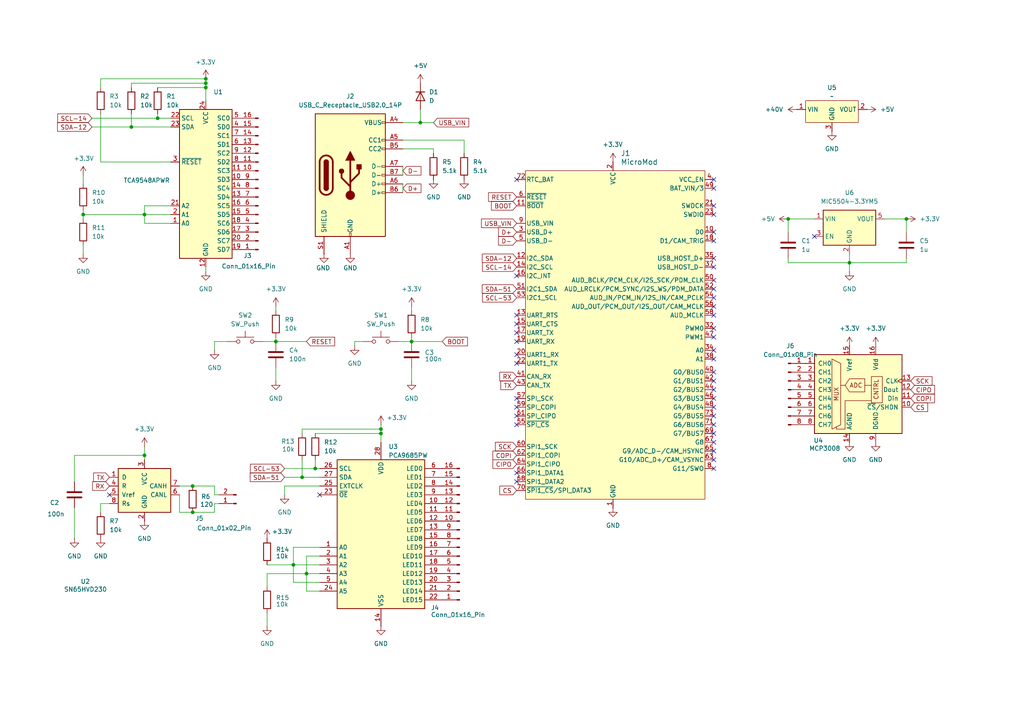
<source format=kicad_sch>
(kicad_sch (version 20231120) (generator "eeschema") (generator_version "8.0")
  (paper "A4")
  (lib_symbols
    (symbol "Analog_ADC:MCP3008" (pin_names (offset 1.016))
      (property "Reference" "U" (at -5.08 13.335 0))
      (property "Value" "MCP3008" (at -5.08 11.43 0))
      (symbol "MCP3008_0_0"
        (text "ADC" (at -0.635 1.27 0) (effects (font (size 1.27 1.27))))
        (text "CNTRL" (at 5.969 -2.921 900) (effects (font (size 1.27 1.27)) (justify left bottom)))
        (text "MUX" (at -6.35 -1.27 900) (effects (font (size 1.27 1.27))))
      )
      (symbol "MCP3008_1_1"
        (pin input line (at -15.24 7.62 0) (length 2.54) (name "CH0") (number "1"))
        (pin input line (at 15.24 -5.08 180) (length 2.54) (name "~{CS}/SHDN") (number "10"))
        (pin input line (at 15.24 -2.54 180) (length 2.54) (name "Din") (number "11"))
        (pin output line (at 15.24 0 180) (length 2.54) (name "Dout") (number "12"))
        (pin input clock (at 15.24 2.54 180) (length 2.54) (name "CLK") (number "13"))
        (pin power_in line (at -2.54 -15.24 90) (length 2.54) (name "AGND") (number "14"))
        (pin power_in line (at -2.54 12.7 270) (length 2.54) (name "Vref") (number "15"))
        (pin power_in line (at 5.08 12.7 270) (length 2.54) (name "Vdd") (number "16"))
        (pin input line (at -15.24 5.08 0) (length 2.54) (name "CH1") (number "2"))
        (pin input line (at -15.24 2.54 0) (length 2.54) (name "CH2") (number "3"))
        (pin input line (at -15.24 0 0) (length 2.54) (name "CH3") (number "4"))
        (pin input line (at -15.24 -2.54 0) (length 2.54) (name "CH4") (number "5"))
        (pin input line (at -15.24 -5.08 0) (length 2.54) (name "CH5") (number "6"))
        (pin input line (at -15.24 -7.62 0) (length 2.54) (name "CH6") (number "7"))
        (pin input line (at -15.24 -10.16 0) (length 2.54) (name "CH7") (number "8"))
        (pin power_in line (at 5.08 -15.24 90) (length 2.54) (name "DGND") (number "9"))
      )
    )
    (symbol "Connector:Conn_01x02_Pin" (pin_names (offset 1.016) hide)
      (property "Reference" "J" (at 0 2.54 0))
      (property "Value" "Conn_01x02_Pin" (at 0 -5.08 0))
      (symbol "Conn_01x02_Pin_1_1"
        (pin passive line (at 5.08 0 180) (length 3.81) (name "Pin_1") (number "1"))
        (pin passive line (at 5.08 -2.54 180) (length 3.81) (name "Pin_2") (number "2"))
      )
    )
    (symbol "Connector:Conn_01x08_Pin" (pin_names (offset 1.016) hide)
      (property "Reference" "J" (at 0 10.16 0))
      (property "Value" "Conn_01x08_Pin" (at 0 -12.7 0))
      (symbol "Conn_01x08_Pin_1_1"
        (pin passive line (at 5.08 7.62 180) (length 3.81) (name "Pin_1") (number "1"))
        (pin passive line (at 5.08 5.08 180) (length 3.81) (name "Pin_2") (number "2"))
        (pin passive line (at 5.08 2.54 180) (length 3.81) (name "Pin_3") (number "3"))
        (pin passive line (at 5.08 0 180) (length 3.81) (name "Pin_4") (number "4"))
        (pin passive line (at 5.08 -2.54 180) (length 3.81) (name "Pin_5") (number "5"))
        (pin passive line (at 5.08 -5.08 180) (length 3.81) (name "Pin_6") (number "6"))
        (pin passive line (at 5.08 -7.62 180) (length 3.81) (name "Pin_7") (number "7"))
        (pin passive line (at 5.08 -10.16 180) (length 3.81) (name "Pin_8") (number "8"))
      )
    )
    (symbol "Connector:Conn_01x16_Pin" (pin_names (offset 1.016) hide)
      (property "Reference" "J" (at 0 20.32 0))
      (property "Value" "Conn_01x16_Pin" (at 0 -22.86 0))
      (symbol "Conn_01x16_Pin_1_1"
        (pin passive line (at 5.08 17.78 180) (length 3.81) (name "Pin_1") (number "1"))
        (pin passive line (at 5.08 -5.08 180) (length 3.81) (name "Pin_10") (number "10"))
        (pin passive line (at 5.08 -7.62 180) (length 3.81) (name "Pin_11") (number "11"))
        (pin passive line (at 5.08 -10.16 180) (length 3.81) (name "Pin_12") (number "12"))
        (pin passive line (at 5.08 -12.7 180) (length 3.81) (name "Pin_13") (number "13"))
        (pin passive line (at 5.08 -15.24 180) (length 3.81) (name "Pin_14") (number "14"))
        (pin passive line (at 5.08 -17.78 180) (length 3.81) (name "Pin_15") (number "15"))
        (pin passive line (at 5.08 -20.32 180) (length 3.81) (name "Pin_16") (number "16"))
        (pin passive line (at 5.08 15.24 180) (length 3.81) (name "Pin_2") (number "2"))
        (pin passive line (at 5.08 12.7 180) (length 3.81) (name "Pin_3") (number "3"))
        (pin passive line (at 5.08 10.16 180) (length 3.81) (name "Pin_4") (number "4"))
        (pin passive line (at 5.08 7.62 180) (length 3.81) (name "Pin_5") (number "5"))
        (pin passive line (at 5.08 5.08 180) (length 3.81) (name "Pin_6") (number "6"))
        (pin passive line (at 5.08 2.54 180) (length 3.81) (name "Pin_7") (number "7"))
        (pin passive line (at 5.08 0 180) (length 3.81) (name "Pin_8") (number "8"))
        (pin passive line (at 5.08 -2.54 180) (length 3.81) (name "Pin_9") (number "9"))
      )
    )
    (symbol "Connector:USB_C_Receptacle_USB2.0_14P" (pin_names (offset 1.016))
      (property "Reference" "J" (at 0 22.225 0))
      (property "Value" "USB_C_Receptacle_USB2.0_14P" (at 0 19.685 0))
      (symbol "USB_C_Receptacle_USB2.0_14P_1_1"
        (pin passive line (at 0 -22.86 90) (length 5.08) (name "GND") (number "A1"))
        (pin passive line (at 0 -22.86 90) (length 5.08) hide (name "GND") (number "A12"))
        (pin passive line (at 15.24 15.24 180) (length 5.08) (name "VBUS") (number "A4"))
        (pin bidirectional line (at 15.24 10.16 180) (length 5.08) (name "CC1") (number "A5"))
        (pin bidirectional line (at 15.24 -2.54 180) (length 5.08) (name "D+") (number "A6"))
        (pin bidirectional line (at 15.24 2.54 180) (length 5.08) (name "D-") (number "A7"))
        (pin passive line (at 15.24 15.24 180) (length 5.08) hide (name "VBUS") (number "A9"))
        (pin passive line (at 0 -22.86 90) (length 5.08) hide (name "GND") (number "B1"))
        (pin passive line (at 0 -22.86 90) (length 5.08) hide (name "GND") (number "B12"))
        (pin passive line (at 15.24 15.24 180) (length 5.08) hide (name "VBUS") (number "B4"))
        (pin bidirectional line (at 15.24 7.62 180) (length 5.08) (name "CC2") (number "B5"))
        (pin bidirectional line (at 15.24 -5.08 180) (length 5.08) (name "D+") (number "B6"))
        (pin bidirectional line (at 15.24 0 180) (length 5.08) (name "D-") (number "B7"))
        (pin passive line (at 15.24 15.24 180) (length 5.08) hide (name "VBUS") (number "B9"))
        (pin passive line (at -7.62 -22.86 90) (length 5.08) (name "SHIELD") (number "S1"))
      )
    )
    (symbol "Device:C" (pin_numbers hide) (pin_names (offset 0.254))
      (property "Reference" "C" (at 0.635 2.54 0))
      (property "Value" "C" (at 0.635 -2.54 0))
      (symbol "C_1_1"
        (pin passive line (at 0 3.81 270) (length 2.794) (name "~") (number "1"))
        (pin passive line (at 0 -3.81 90) (length 2.794) (name "~") (number "2"))
      )
    )
    (symbol "Device:D" (pin_numbers hide) (pin_names (offset 1.016) hide)
      (property "Reference" "D" (at 0 2.54 0))
      (property "Value" "D" (at 0 -2.54 0))
      (symbol "D_1_1"
        (pin passive line (at -3.81 0 0) (length 2.54) (name "K") (number "1"))
        (pin passive line (at 3.81 0 180) (length 2.54) (name "A") (number "2"))
      )
    )
    (symbol "Device:R" (pin_numbers hide) (pin_names (offset 0))
      (property "Reference" "R" (at 2.032 0 90))
      (property "Value" "R" (at 0 0 90))
      (symbol "R_1_1"
        (pin passive line (at 0 3.81 270) (length 1.27) (name "~") (number "1"))
        (pin passive line (at 0 -3.81 90) (length 1.27) (name "~") (number "2"))
      )
    )
    (symbol "Driver_LED:PCA9685PW"
      (property "Reference" "U" (at -12.7 22.225 0))
      (property "Value" "PCA9685PW" (at 1.27 22.225 0))
      (symbol "PCA9685PW_1_1"
        (pin input line (at -17.78 -5.08 0) (length 5.08) (name "A0") (number "1"))
        (pin output line (at 17.78 7.62 180) (length 5.08) (name "LED4") (number "10"))
        (pin output line (at 17.78 5.08 180) (length 5.08) (name "LED5") (number "11"))
        (pin output line (at 17.78 2.54 180) (length 5.08) (name "LED6") (number "12"))
        (pin output line (at 17.78 0 180) (length 5.08) (name "LED7") (number "13"))
        (pin power_in line (at 0 -27.94 90) (length 5.08) (name "VSS") (number "14"))
        (pin output line (at 17.78 -2.54 180) (length 5.08) (name "LED8") (number "15"))
        (pin output line (at 17.78 -5.08 180) (length 5.08) (name "LED9") (number "16"))
        (pin output line (at 17.78 -7.62 180) (length 5.08) (name "LED10") (number "17"))
        (pin output line (at 17.78 -10.16 180) (length 5.08) (name "LED11") (number "18"))
        (pin output line (at 17.78 -12.7 180) (length 5.08) (name "LED12") (number "19"))
        (pin input line (at -17.78 -7.62 0) (length 5.08) (name "A1") (number "2"))
        (pin output line (at 17.78 -15.24 180) (length 5.08) (name "LED13") (number "20"))
        (pin output line (at 17.78 -17.78 180) (length 5.08) (name "LED14") (number "21"))
        (pin output line (at 17.78 -20.32 180) (length 5.08) (name "LED15") (number "22"))
        (pin input line (at -17.78 10.16 0) (length 5.08) (name "~{OE}") (number "23"))
        (pin input line (at -17.78 -17.78 0) (length 5.08) (name "A5") (number "24"))
        (pin input line (at -17.78 12.7 0) (length 5.08) (name "EXTCLK") (number "25"))
        (pin input line (at -17.78 17.78 0) (length 5.08) (name "SCL") (number "26"))
        (pin bidirectional line (at -17.78 15.24 0) (length 5.08) (name "SDA") (number "27"))
        (pin power_in line (at 0 25.4 270) (length 5.08) (name "VDD") (number "28"))
        (pin input line (at -17.78 -10.16 0) (length 5.08) (name "A2") (number "3"))
        (pin input line (at -17.78 -12.7 0) (length 5.08) (name "A3") (number "4"))
        (pin input line (at -17.78 -15.24 0) (length 5.08) (name "A4") (number "5"))
        (pin output line (at 17.78 17.78 180) (length 5.08) (name "LED0") (number "6"))
        (pin output line (at 17.78 15.24 180) (length 5.08) (name "LED1") (number "7"))
        (pin output line (at 17.78 12.7 180) (length 5.08) (name "LED2") (number "8"))
        (pin output line (at 17.78 10.16 180) (length 5.08) (name "LED3") (number "9"))
      )
    )
    (symbol "Interface_CAN_LIN:SN65HVD230" (pin_names (offset 1.016))
      (property "Reference" "U" (at -2.54 10.16 0))
      (property "Value" "SN65HVD230" (at -2.54 7.62 0))
      (symbol "SN65HVD230_1_1"
        (pin input line (at -10.16 2.54 0) (length 2.54) (name "D") (number "1"))
        (pin power_in line (at 0 -10.16 90) (length 2.54) (name "GND") (number "2"))
        (pin power_in line (at 0 7.62 270) (length 2.54) (name "VCC") (number "3"))
        (pin output line (at -10.16 0 0) (length 2.54) (name "R") (number "4"))
        (pin output line (at -10.16 -2.54 0) (length 2.54) (name "Vref") (number "5"))
        (pin bidirectional line (at 10.16 -2.54 180) (length 2.54) (name "CANL") (number "6"))
        (pin bidirectional line (at 10.16 0 180) (length 2.54) (name "CANH") (number "7"))
        (pin input line (at -10.16 -5.08 0) (length 2.54) (name "Rs") (number "8"))
      )
    )
    (symbol "Interface_Expansion:TCA9548APWR"
      (property "Reference" "U" (at -7.62 21.59 0))
      (property "Value" "TCA9548APWR" (at 1.016 21.59 0))
      (symbol "TCA9548APWR_1_1"
        (pin input line (at -10.16 -12.7 0) (length 2.54) (name "A0") (number "1"))
        (pin bidirectional line (at 10.16 0 180) (length 2.54) (name "SD3") (number "10"))
        (pin output line (at 10.16 2.54 180) (length 2.54) (name "SC3") (number "11"))
        (pin power_in line (at 0 -25.4 90) (length 2.54) (name "GND") (number "12"))
        (pin bidirectional line (at 10.16 -5.08 180) (length 2.54) (name "SD4") (number "13"))
        (pin output line (at 10.16 -2.54 180) (length 2.54) (name "SC4") (number "14"))
        (pin bidirectional line (at 10.16 -10.16 180) (length 2.54) (name "SD5") (number "15"))
        (pin output line (at 10.16 -7.62 180) (length 2.54) (name "SC5") (number "16"))
        (pin bidirectional line (at 10.16 -15.24 180) (length 2.54) (name "SD6") (number "17"))
        (pin output line (at 10.16 -12.7 180) (length 2.54) (name "SC6") (number "18"))
        (pin bidirectional line (at 10.16 -20.32 180) (length 2.54) (name "SD7") (number "19"))
        (pin input line (at -10.16 -10.16 0) (length 2.54) (name "A1") (number "2"))
        (pin output line (at 10.16 -17.78 180) (length 2.54) (name "SC7") (number "20"))
        (pin input line (at -10.16 -7.62 0) (length 2.54) (name "A2") (number "21"))
        (pin input line (at -10.16 17.78 0) (length 2.54) (name "SCL") (number "22"))
        (pin bidirectional line (at -10.16 15.24 0) (length 2.54) (name "SDA") (number "23"))
        (pin power_in line (at 0 22.86 270) (length 2.54) (name "VCC") (number "24"))
        (pin input line (at -10.16 5.08 0) (length 2.54) (name "~{RESET}") (number "3"))
        (pin bidirectional line (at 10.16 15.24 180) (length 2.54) (name "SD0") (number "4"))
        (pin output line (at 10.16 17.78 180) (length 2.54) (name "SC0") (number "5"))
        (pin bidirectional line (at 10.16 10.16 180) (length 2.54) (name "SD1") (number "6"))
        (pin output line (at 10.16 12.7 180) (length 2.54) (name "SC1") (number "7"))
        (pin bidirectional line (at 10.16 5.08 180) (length 2.54) (name "SD2") (number "8"))
        (pin output line (at 10.16 7.62 180) (length 2.54) (name "SC2") (number "9"))
      )
    )
    (symbol "Regulator_Linear:MIC5504-3.3YM5"
      (property "Reference" "U" (at -7.62 8.89 0))
      (property "Value" "MIC5504-3.3YM5" (at -7.62 6.35 0))
      (symbol "MIC5504-3.3YM5_1_1"
        (pin power_in line (at -10.16 2.54 0) (length 2.54) (name "VIN") (number "1"))
        (pin power_in line (at 0 -7.62 90) (length 2.54) (name "GND") (number "2"))
        (pin input line (at -10.16 -2.54 0) (length 2.54) (name "EN") (number "3"))
        (pin no_connect line (at 7.62 -2.54 180) (length 2.54) hide (name "NC") (number "4"))
        (pin power_out line (at 10.16 2.54 180) (length 2.54) (name "VOUT") (number "5"))
      )
    )
    (symbol "SJSU_common:LargeBuckModule"
      (property "Reference" "U" (at 0 4.064 0))
      (symbol "LargeBuckModule_1_1"
        (pin power_in line (at -10.16 0 0) (length 2.54) (name "VIN") (number "1"))
        (pin power_out line (at 10.16 0 180) (length 2.54) (name "VOUT") (number "2"))
        (pin power_out line (at 0 -6.35 90) (length 2.54) (name "GND") (number "3"))
      )
    )
    (symbol "SJSU_common:MicroMod" (pin_names (offset 0.254))
      (property "Reference" "J" (at 16.256 12.7 0))
      (property "Value" "MicroMod" (at 16.51 10.16 0))
      (symbol "MicroMod_1_1"
        (pin power_out line (at 16.51 -95.25 90) (length 2.54) (name "GND") (number "1"))
        (pin bidirectional line (at 45.72 -15.24 180) (length 2.54) (name "D0") (number "10"))
        (pin open_collector line (at -11.43 -7.62 0) (length 2.54) (name "~{BOOT}") (number "11"))
        (pin bidirectional line (at -11.43 -22.86 0) (length 2.54) (name "I2C_SDA") (number "12"))
        (pin output line (at -11.43 -39.37 0) (length 2.54) (name "UART_RTS") (number "13"))
        (pin bidirectional line (at -11.43 -25.4 0) (length 2.54) (name "I2C_SCL") (number "14"))
        (pin input line (at -11.43 -41.91 0) (length 2.54) (name "UART_CTS") (number "15"))
        (pin open_collector line (at -11.43 -27.94 0) (length 2.54) (name "I2C_INT") (number "16"))
        (pin output line (at -11.43 -44.45 0) (length 2.54) (name "UART_TX") (number "17"))
        (pin bidirectional line (at 45.72 -17.78 180) (length 2.54) (name "D1/CAM_TRIG") (number "18"))
        (pin input line (at -11.43 -46.99 0) (length 2.54) (name "UART_RX") (number "19"))
        (pin power_in line (at 16.51 5.08 270) (length 2.54) (name "VCC") (number "2"))
        (pin input line (at -11.43 -50.8 0) (length 2.54) (name "UART1_RX") (number "20"))
        (pin input line (at 45.72 -7.62 180) (length 2.54) (name "SWDCK") (number "21"))
        (pin output line (at -11.43 -53.34 0) (length 2.54) (name "UART1_TX") (number "22"))
        (pin output line (at 45.72 -10.16 180) (length 2.54) (name "SWDIO") (number "23"))
        (pin bidirectional line (at -11.43 -15.24 0) (length 2.54) (name "USB_D+") (number "3"))
        (pin output line (at 45.72 -43.18 180) (length 2.54) (name "PWM0") (number "32"))
        (pin power_out line (at 16.51 -95.25 90) (length 2.54) hide (name "GND") (number "33"))
        (pin output line (at 45.72 -49.53 180) (length 2.54) (name "A0") (number "34"))
        (pin bidirectional line (at 45.72 -22.86 180) (length 2.54) (name "USB_HOST_D+") (number "35"))
        (pin power_out line (at 16.51 -95.25 90) (length 2.54) hide (name "GND") (number "36"))
        (pin bidirectional line (at 45.72 -25.4 180) (length 2.54) (name "USB_HOST_D-") (number "37"))
        (pin output line (at 45.72 -52.07 180) (length 2.54) (name "A1") (number "38"))
        (pin power_out line (at 16.51 -95.25 90) (length 2.54) hide (name "GND") (number "39"))
        (pin output line (at 45.72 0 180) (length 2.54) (name "VCC_EN") (number "4"))
        (pin bidirectional line (at 45.72 -55.88 180) (length 2.54) (name "G0/BUS0") (number "40"))
        (pin input line (at -11.43 -57.15 0) (length 2.54) (name "CAN_RX") (number "41"))
        (pin bidirectional line (at 45.72 -58.42 180) (length 2.54) (name "G1/BUS1") (number "42"))
        (pin output line (at -11.43 -59.69 0) (length 2.54) (name "CAN_TX") (number "43"))
        (pin bidirectional line (at 45.72 -60.96 180) (length 2.54) (name "G2/BUS2") (number "44"))
        (pin power_out line (at 16.51 -95.25 90) (length 2.54) hide (name "GND") (number "45"))
        (pin bidirectional line (at 45.72 -63.5 180) (length 2.54) (name "G3/BUS3") (number "46"))
        (pin output line (at 45.72 -45.72 180) (length 2.54) (name "PWM1") (number "47"))
        (pin bidirectional line (at 45.72 -66.04 180) (length 2.54) (name "G4/BUS4") (number "48"))
        (pin input line (at 45.72 -2.54 180) (length 2.54) (name "BAT_VIN/3") (number "49"))
        (pin bidirectional line (at -11.43 -17.78 0) (length 2.54) (name "USB_D-") (number "5"))
        (pin bidirectional line (at 45.72 -29.21 180) (length 2.54) (name "AUD_BCLK/PCM_CLK/I2S_SCK/PDM_CLK") (number "50"))
        (pin bidirectional line (at -11.43 -31.75 0) (length 2.54) (name "I2C1_SDA") (number "51"))
        (pin bidirectional line (at 45.72 -31.75 180) (length 2.54) (name "AUD_LRCLK/PCM_SYNC/I2S_WS/PDM_DATA") (number "52"))
        (pin bidirectional line (at -11.43 -34.29 0) (length 2.54) (name "I2C1_SCL") (number "53"))
        (pin input line (at 45.72 -34.29 180) (length 2.54) (name "AUD_IN/PCM_IN/I2S_IN/CAM_PCLK") (number "54"))
        (pin output line (at -11.43 -71.12 0) (length 2.54) (name "~{SPI_CS}") (number "55"))
        (pin output line (at 45.72 -36.83 180) (length 2.54) (name "AUD_OUT/PCM_OUT/I2S_OUT/CAM_MCLK") (number "56"))
        (pin output line (at -11.43 -63.5 0) (length 2.54) (name "SPI_SCK") (number "57"))
        (pin output line (at 45.72 -39.37 180) (length 2.54) (name "AUD_MCLK") (number "58"))
        (pin output line (at -11.43 -66.04 0) (length 2.54) (name "SPI_COPI") (number "59"))
        (pin open_collector line (at -11.43 -5.08 0) (length 2.54) (name "~{RESET}") (number "6"))
        (pin output line (at -11.43 -77.47 0) (length 2.54) (name "SPI1_SCK") (number "60"))
        (pin output line (at -11.43 -68.58 0) (length 2.54) (name "SPI_CIPO") (number "61"))
        (pin output line (at -11.43 -80.01 0) (length 2.54) (name "SPI1_COPI") (number "62"))
        (pin bidirectional line (at 45.72 -81.28 180) (length 2.54) (name "G10/ADC_D+/CAM_VSYNC") (number "63"))
        (pin output line (at -11.43 -82.55 0) (length 2.54) (name "SPI1_CIPO") (number "64"))
        (pin bidirectional line (at 45.72 -78.74 180) (length 2.54) (name "G9/ADC_D-/CAM_HSYNC") (number "65"))
        (pin output line (at -11.43 -85.09 0) (length 2.54) (name "SPI1_DATA1") (number "66"))
        (pin bidirectional line (at 45.72 -76.2 180) (length 2.54) (name "G8") (number "67"))
        (pin output line (at -11.43 -87.63 0) (length 2.54) (name "SPI1_DATA2") (number "68"))
        (pin bidirectional line (at 45.72 -73.66 180) (length 2.54) (name "G7/BUS7") (number "69"))
        (pin power_out line (at 16.51 -95.25 90) (length 2.54) hide (name "GND") (number "7"))
        (pin bidirectional line (at -11.43 -90.17 0) (length 2.54) (name "~{SPI1_CS}/SPI_DATA3") (number "70"))
        (pin bidirectional line (at 45.72 -71.12 180) (length 2.54) (name "G6/BUS6") (number "71"))
        (pin power_in line (at -11.43 0 0) (length 2.54) (name "RTC_BAT") (number "72"))
        (pin bidirectional line (at 45.72 -68.58 180) (length 2.54) (name "G5/BUS5") (number "73"))
        (pin power_in line (at 16.51 5.08 270) (length 2.54) hide (name "VCC") (number "74"))
        (pin power_out line (at 16.51 -95.25 90) (length 2.54) hide (name "GND") (number "75"))
        (pin bidirectional line (at 45.72 -83.82 180) (length 2.54) (name "G11/SWO") (number "8"))
        (pin power_in line (at -11.43 -12.7 0) (length 2.54) (name "USB_VIN") (number "9"))
        (pin power_out line (at 16.51 -95.25 90) (length 2.54) hide (name "GND") (number "S1"))
        (pin power_out line (at 16.51 -95.25 90) (length 2.54) hide (name "GND") (number "S2"))
        (pin power_out line (at 16.51 -95.25 90) (length 2.54) hide (name "GND") (number "S3"))
      )
    )
    (symbol "Switch:SW_Push" (pin_numbers hide) (pin_names (offset 1.016) hide)
      (property "Reference" "SW" (at 1.27 2.54 0))
      (property "Value" "SW_Push" (at 0 -1.524 0))
      (symbol "SW_Push_0_1"
        (pin passive line (at -5.08 0 0) (length 2.54) (name "1") (number "1"))
        (pin passive line (at 5.08 0 180) (length 2.54) (name "2") (number "2"))
      )
    )
    (symbol "power:+4V" (power) (pin_numbers hide) (pin_names (offset 0) hide)
      (property "Value" "+4V" (at 0 3.556 0))
      (symbol "+4V_1_1"
        (pin power_in line (at 0 0 90) (length 0) (name "~") (number "1"))
      )
    )
    (symbol "power:+5V" (power) (pin_numbers hide) (pin_names (offset 0) hide)
      (property "Value" "+5V" (at 0 3.556 0))
      (symbol "+5V_1_1"
        (pin power_in line (at 0 0 90) (length 0) (name "~") (number "1"))
      )
    )
    (symbol "power:GND" (power) (pin_numbers hide) (pin_names (offset 0) hide)
      (property "Value" "GND" (at 0 -3.81 0))
      (symbol "GND_1_1"
        (pin power_in line (at 0 0 270) (length 0) (name "~") (number "1"))
      )
    )
  )
  (junction (at 38.1 36.83))
  (junction (at 80.01 99.06))
  (junction (at 59.69 25.4))
  (junction (at 262.89 63.5))
  (junction (at 246.38 76.2))
  (junction (at 24.13 62.23))
  (junction (at 55.88 148.59))
  (junction (at 121.92 35.56))
  (junction (at 45.72 34.29))
  (junction (at 119.38 99.06))
  (junction (at 91.44 135.89))
  (junction (at 59.69 24.13))
  (junction (at 110.49 125.73))
  (junction (at 87.63 138.43))
  (junction (at 110.49 124.46))
  (junction (at 41.91 132.08))
  (junction (at 41.91 62.23))
  (junction (at 88.9 166.37))
  (junction (at 55.88 140.97))
  (junction (at 59.69 22.86))
  (junction (at 228.6 63.5))
  (junction (at 85.09 163.83))
  (no_connect (at 207.01 107.95))
  (no_connect (at 207.01 128.27))
  (no_connect (at 207.01 118.11))
  (no_connect (at 207.01 123.19))
  (no_connect (at 149.86 91.44))
  (no_connect (at 207.01 97.79))
  (no_connect (at 207.01 88.9))
  (no_connect (at 207.01 59.69))
  (no_connect (at 207.01 113.03))
  (no_connect (at 207.01 104.14))
  (no_connect (at 207.01 69.85))
  (no_connect (at 149.86 137.16))
  (no_connect (at 149.86 123.19))
  (no_connect (at 207.01 91.44))
  (no_connect (at 207.01 77.47))
  (no_connect (at 207.01 110.49))
  (no_connect (at 149.86 105.41))
  (no_connect (at 207.01 81.28))
  (no_connect (at 207.01 120.65))
  (no_connect (at 207.01 135.89))
  (no_connect (at 149.86 139.7))
  (no_connect (at 236.22 68.58))
  (no_connect (at 149.86 96.52))
  (no_connect (at 207.01 95.25))
  (no_connect (at 149.86 52.07))
  (no_connect (at 207.01 125.73))
  (no_connect (at 207.01 83.82))
  (no_connect (at 149.86 118.11))
  (no_connect (at 207.01 115.57))
  (no_connect (at 149.86 93.98))
  (no_connect (at 149.86 115.57))
  (no_connect (at 207.01 130.81))
  (no_connect (at 149.86 102.87))
  (no_connect (at 207.01 86.36))
  (no_connect (at 207.01 52.07))
  (no_connect (at 207.01 67.31))
  (no_connect (at 149.86 120.65))
  (no_connect (at 207.01 62.23))
  (no_connect (at 207.01 101.6))
  (no_connect (at 207.01 54.61))
  (no_connect (at 149.86 99.06))
  (no_connect (at 31.75 143.51))
  (no_connect (at 149.86 80.01))
  (no_connect (at 207.01 74.93))
  (no_connect (at 207.01 133.35))
  (no_connect (at 92.71 143.51))
  (wire (pts (xy 82.55 140.97) (xy 82.55 143.51)))
  (wire (pts (xy 88.9 166.37) (xy 88.9 171.45)))
  (wire (pts (xy 41.91 62.23) (xy 24.13 62.23)))
  (wire (pts (xy 41.91 64.77) (xy 49.53 64.77)))
  (wire (pts (xy 24.13 71.12) (xy 24.13 73.66)))
  (wire (pts (xy 88.9 99.06) (xy 80.01 99.06)))
  (wire (pts (xy 77.47 163.83) (xy 85.09 163.83)))
  (wire (pts (xy 119.38 106.68) (xy 119.38 110.49)))
  (wire (pts (xy 246.38 73.66) (xy 246.38 76.2)))
  (wire (pts (xy 80.01 88.9) (xy 80.01 90.17)))
  (wire (pts (xy 87.63 138.43) (xy 92.71 138.43)))
  (wire (pts (xy 88.9 171.45) (xy 92.71 171.45)))
  (wire (pts (xy 88.9 161.29) (xy 88.9 166.37)))
  (wire (pts (xy 77.47 166.37) (xy 88.9 166.37)))
  (wire (pts (xy 125.73 44.45) (xy 125.73 43.18)))
  (wire (pts (xy 24.13 62.23) (xy 24.13 63.5)))
  (wire (pts (xy 49.53 59.69) (xy 41.91 59.69)))
  (wire (pts (xy 92.71 158.75) (xy 85.09 158.75)))
  (wire (pts (xy 262.89 74.93) (xy 262.89 76.2)))
  (wire (pts (xy 38.1 33.02) (xy 38.1 36.83)))
  (wire (pts (xy 82.55 135.89) (xy 91.44 135.89)))
  (wire (pts (xy 52.07 143.51) (xy 52.07 148.59)))
  (wire (pts (xy 38.1 36.83) (xy 49.53 36.83)))
  (wire (pts (xy 45.72 34.29) (xy 49.53 34.29)))
  (wire (pts (xy 31.75 146.05) (xy 29.21 146.05)))
  (wire (pts (xy 24.13 60.96) (xy 24.13 62.23)))
  (wire (pts (xy 26.67 36.83) (xy 38.1 36.83)))
  (wire (pts (xy 91.44 135.89) (xy 92.71 135.89)))
  (wire (pts (xy 59.69 22.86) (xy 59.69 24.13)))
  (wire (pts (xy 62.23 143.51) (xy 63.5 143.51)))
  (wire (pts (xy 29.21 146.05) (xy 29.21 148.59)))
  (wire (pts (xy 80.01 106.68) (xy 80.01 110.49)))
  (wire (pts (xy 119.38 97.79) (xy 119.38 99.06)))
  (wire (pts (xy 110.49 125.73) (xy 110.49 128.27)))
  (wire (pts (xy 29.21 33.02) (xy 29.21 46.99)))
  (wire (pts (xy 246.38 76.2) (xy 262.89 76.2)))
  (wire (pts (xy 87.63 125.73) (xy 87.63 124.46)))
  (wire (pts (xy 228.6 74.93) (xy 228.6 76.2)))
  (wire (pts (xy 128.27 99.06) (xy 119.38 99.06)))
  (wire (pts (xy 116.84 40.64) (xy 134.62 40.64)))
  (wire (pts (xy 85.09 168.91) (xy 85.09 163.83)))
  (wire (pts (xy 62.23 146.05) (xy 63.5 146.05)))
  (wire (pts (xy 87.63 133.35) (xy 87.63 138.43)))
  (wire (pts (xy 87.63 124.46) (xy 110.49 124.46)))
  (wire (pts (xy 24.13 50.8) (xy 24.13 53.34)))
  (wire (pts (xy 26.67 34.29) (xy 45.72 34.29)))
  (wire (pts (xy 119.38 88.9) (xy 119.38 90.17)))
  (wire (pts (xy 121.92 31.75) (xy 121.92 35.56)))
  (wire (pts (xy 92.71 168.91) (xy 85.09 168.91)))
  (wire (pts (xy 52.07 140.97) (xy 55.88 140.97)))
  (wire (pts (xy 246.38 76.2) (xy 246.38 78.74)))
  (wire (pts (xy 62.23 99.06) (xy 62.23 101.6)))
  (wire (pts (xy 256.54 63.5) (xy 262.89 63.5)))
  (wire (pts (xy 102.87 99.06) (xy 105.41 99.06)))
  (wire (pts (xy 21.59 147.32) (xy 21.59 156.21)))
  (wire (pts (xy 110.49 124.46) (xy 110.49 125.73)))
  (wire (pts (xy 59.69 25.4) (xy 59.69 29.21)))
  (wire (pts (xy 41.91 129.54) (xy 41.91 132.08)))
  (wire (pts (xy 77.47 177.8) (xy 77.47 181.61)))
  (wire (pts (xy 29.21 22.86) (xy 59.69 22.86)))
  (wire (pts (xy 59.69 24.13) (xy 59.69 25.4)))
  (wire (pts (xy 62.23 99.06) (xy 66.04 99.06)))
  (wire (pts (xy 110.49 123.19) (xy 110.49 124.46)))
  (wire (pts (xy 77.47 166.37) (xy 77.47 170.18)))
  (wire (pts (xy 116.84 53.34) (xy 116.84 55.88)))
  (wire (pts (xy 80.01 99.06) (xy 76.2 99.06)))
  (wire (pts (xy 92.71 140.97) (xy 82.55 140.97)))
  (wire (pts (xy 29.21 46.99) (xy 49.53 46.99)))
  (wire (pts (xy 119.38 99.06) (xy 115.57 99.06)))
  (wire (pts (xy 80.01 97.79) (xy 80.01 99.06)))
  (wire (pts (xy 41.91 59.69) (xy 41.91 62.23)))
  (wire (pts (xy 228.6 63.5) (xy 228.6 67.31)))
  (wire (pts (xy 41.91 62.23) (xy 49.53 62.23)))
  (wire (pts (xy 55.88 140.97) (xy 62.23 140.97)))
  (wire (pts (xy 102.87 99.06) (xy 102.87 100.33)))
  (wire (pts (xy 41.91 62.23) (xy 41.91 64.77)))
  (wire (pts (xy 116.84 35.56) (xy 121.92 35.56)))
  (wire (pts (xy 52.07 148.59) (xy 55.88 148.59)))
  (wire (pts (xy 41.91 132.08) (xy 41.91 133.35)))
  (wire (pts (xy 38.1 24.13) (xy 59.69 24.13)))
  (wire (pts (xy 55.88 148.59) (xy 62.23 148.59)))
  (wire (pts (xy 85.09 163.83) (xy 92.71 163.83)))
  (wire (pts (xy 121.92 35.56) (xy 125.73 35.56)))
  (wire (pts (xy 82.55 138.43) (xy 87.63 138.43)))
  (wire (pts (xy 134.62 40.64) (xy 134.62 44.45)))
  (wire (pts (xy 236.22 63.5) (xy 228.6 63.5)))
  (wire (pts (xy 85.09 158.75) (xy 85.09 163.83)))
  (wire (pts (xy 91.44 133.35) (xy 91.44 135.89)))
  (wire (pts (xy 62.23 140.97) (xy 62.23 143.51)))
  (wire (pts (xy 62.23 148.59) (xy 62.23 146.05)))
  (wire (pts (xy 45.72 33.02) (xy 45.72 34.29)))
  (wire (pts (xy 88.9 166.37) (xy 92.71 166.37)))
  (wire (pts (xy 116.84 48.26) (xy 116.84 50.8)))
  (wire (pts (xy 92.71 161.29) (xy 88.9 161.29)))
  (wire (pts (xy 116.84 43.18) (xy 125.73 43.18)))
  (wire (pts (xy 21.59 132.08) (xy 21.59 139.7)))
  (wire (pts (xy 29.21 25.4) (xy 29.21 22.86)))
  (wire (pts (xy 228.6 76.2) (xy 246.38 76.2)))
  (wire (pts (xy 45.72 25.4) (xy 59.69 25.4)))
  (wire (pts (xy 21.59 132.08) (xy 41.91 132.08)))
  (wire (pts (xy 91.44 125.73) (xy 110.49 125.73)))
  (wire (pts (xy 59.69 77.47) (xy 59.69 78.74)))
  (wire (pts (xy 262.89 67.31) (xy 262.89 63.5)))
  (wire (pts (xy 38.1 25.4) (xy 38.1 24.13)))
  (global_label "BOOT" (shape input) (at 128.27 99.06 0) (property "Intersheetrefs" "${INTERSHEET_REFS}" (effects (hide yes))))
  (global_label "D+" (shape input) (at 149.86 67.31 180) (property "Intersheetrefs" "${INTERSHEET_REFS}" (effects (hide yes))))
  (global_label "CS" (shape input) (at 149.86 142.24 180) (property "Intersheetrefs" "${INTERSHEET_REFS}" (effects (hide yes))))
  (global_label "SCL-14" (shape input) (at 26.67 34.29 180) (property "Intersheetrefs" "${INTERSHEET_REFS}" (effects (hide yes))))
  (global_label "SCK" (shape input) (at 149.86 129.54 180) (property "Intersheetrefs" "${INTERSHEET_REFS}" (effects (hide yes))))
  (global_label "SDA-12" (shape input) (at 149.86 74.93 180) (property "Intersheetrefs" "${INTERSHEET_REFS}" (effects (hide yes))))
  (global_label "SDA-12" (shape input) (at 26.67 36.83 180) (property "Intersheetrefs" "${INTERSHEET_REFS}" (effects (hide yes))))
  (global_label "TX" (shape input) (at 149.86 111.76 180) (property "Intersheetrefs" "${INTERSHEET_REFS}" (effects (hide yes))))
  (global_label "SCK" (shape input) (at 264.16 110.49 0) (property "Intersheetrefs" "${INTERSHEET_REFS}" (effects (hide yes))))
  (global_label "D-" (shape input) (at 116.84 49.53 0) (property "Intersheetrefs" "${INTERSHEET_REFS}" (effects (hide yes))))
  (global_label "D-" (shape input) (at 149.86 69.85 180) (property "Intersheetrefs" "${INTERSHEET_REFS}" (effects (hide yes))))
  (global_label "RX" (shape input) (at 149.86 109.22 180) (property "Intersheetrefs" "${INTERSHEET_REFS}" (effects (hide yes))))
  (global_label "SCL-53" (shape input) (at 149.86 86.36 180) (property "Intersheetrefs" "${INTERSHEET_REFS}" (effects (hide yes))))
  (global_label "TX" (shape input) (at 31.75 138.43 180) (property "Intersheetrefs" "${INTERSHEET_REFS}" (effects (hide yes))))
  (global_label "SDA-51" (shape input) (at 149.86 83.82 180) (property "Intersheetrefs" "${INTERSHEET_REFS}" (effects (hide yes))))
  (global_label "USB_VIN" (shape input) (at 149.86 64.77 180) (property "Intersheetrefs" "${INTERSHEET_REFS}" (effects (hide yes))))
  (global_label "SCL-53" (shape input) (at 82.55 135.89 180) (property "Intersheetrefs" "${INTERSHEET_REFS}" (effects (hide yes))))
  (global_label "SCL-14" (shape input) (at 149.86 77.47 180) (property "Intersheetrefs" "${INTERSHEET_REFS}" (effects (hide yes))))
  (global_label "RESET" (shape input) (at 88.9 99.06 0) (property "Intersheetrefs" "${INTERSHEET_REFS}" (effects (hide yes))))
  (global_label "CIPO" (shape input) (at 149.86 134.62 180) (property "Intersheetrefs" "${INTERSHEET_REFS}" (effects (hide yes))))
  (global_label "CS" (shape input) (at 264.16 118.11 0) (property "Intersheetrefs" "${INTERSHEET_REFS}" (effects (hide yes))))
  (global_label "CIPO" (shape input) (at 264.16 113.03 0) (property "Intersheetrefs" "${INTERSHEET_REFS}" (effects (hide yes))))
  (global_label "RESET" (shape input) (at 149.86 57.15 180) (property "Intersheetrefs" "${INTERSHEET_REFS}" (effects (hide yes))))
  (global_label "USB_VIN" (shape input) (at 125.73 35.56 0) (property "Intersheetrefs" "${INTERSHEET_REFS}" (effects (hide yes))))
  (global_label "COPI" (shape input) (at 149.86 132.08 180) (property "Intersheetrefs" "${INTERSHEET_REFS}" (effects (hide yes))))
  (global_label "D+" (shape input) (at 116.84 54.61 0) (property "Intersheetrefs" "${INTERSHEET_REFS}" (effects (hide yes))))
  (global_label "SDA-51" (shape input) (at 82.55 138.43 180) (property "Intersheetrefs" "${INTERSHEET_REFS}" (effects (hide yes))))
  (global_label "BOOT" (shape input) (at 149.86 59.69 180) (property "Intersheetrefs" "${INTERSHEET_REFS}" (effects (hide yes))))
  (global_label "COPI" (shape input) (at 264.16 115.57 0) (property "Intersheetrefs" "${INTERSHEET_REFS}" (effects (hide yes))))
  (global_label "RX" (shape input) (at 31.75 140.97 180) (property "Intersheetrefs" "${INTERSHEET_REFS}" (effects (hide yes))))
  (symbol (lib_id "power:GND") (at 110.49 181.61 0) (unit 1)
    (property "Reference" "#PWR07" (effects (hide yes)))
    (property "Value" "GND" (at 110.49 186.69 0))
    (property "Description" "Power symbol creates a global label with name \"GND\" , ground" (effects (hide yes)))
  )
  (symbol (lib_id "Analog_ADC:MCP3008") (at 248.92 113.03 0) (unit 1)
    (property "Reference" "U4" (at 235.966 127.762 0) (effects (justify left)))
    (property "Value" "MCP3008" (at 234.696 130.048 0) (effects (justify left)))
    (property "Footprint" "MCU-MCP3008-I_P_DIP16-7.62MM_:DIP16-2.54-19.2X7.62MM" (effects (hide yes)))
    (property "Datasheet" "http://ww1.microchip.com/downloads/en/DeviceDoc/21295d.pdf" (effects (hide yes)))
    (property "Description" "A/D Converter, 10-Bit, 8-Channel, SPI Interface , 2.7V-5.5V" (effects (hide yes)))
  )
  (symbol (lib_id "Switch:SW_Push") (at 71.12 99.06 0) (unit 1)
    (property "Reference" "SW2" (at 71.12 91.44 0))
    (property "Value" "SW_Push" (at 71.12 93.98 0))
    (property "Footprint" "Button_Switch_SMD:SW_SPST_CK_RS282G05A3" (effects (hide yes)))
    (property "Description" "Push button switch, generic, two pins" (effects (hide yes)))
  )
  (symbol (lib_id "power:GND") (at 246.38 128.27 0) (unit 1)
    (property "Reference" "#PWR08" (effects (hide yes)))
    (property "Value" "GND" (at 246.38 133.35 0))
    (property "Description" "Power symbol creates a global label with name \"GND\" , ground" (effects (hide yes)))
  )
  (symbol (lib_id "Device:C") (at 21.59 143.51 0) (unit 1)
    (property "Reference" "C2" (at 14.478 145.796 0) (effects (justify left)))
    (property "Value" "100n" (at 13.716 149.098 0) (effects (justify left)))
    (property "Footprint" "Capacitor_SMD:C_0603_1608Metric" (effects (hide yes)))
    (property "Description" "Unpolarized capacitor" (effects (hide yes)))
  )
  (symbol (lib_id "power:+5V") (at 254 100.33 0) (unit 1)
    (property "Reference" "#PWR011" (effects (hide yes)))
    (property "Value" "+3.3V" (at 254 95.25 0))
    (property "Description" "Power symbol creates a global label with name \"+5V\"" (effects (hide yes)))
  )
  (symbol (lib_id "power:+4V") (at 231.14 31.75 90) (unit 1)
    (property "Reference" "#PWR017" (effects (hide yes)))
    (property "Value" "+40V" (at 224.536 31.75 90))
    (property "Description" "Power symbol creates a global label with name \"+4V\"" (effects (hide yes)))
  )
  (symbol (lib_id "Device:R") (at 55.88 144.78 180) (unit 1)
    (property "Reference" "R6" (at 59.69 144.018 0))
    (property "Value" "120" (at 59.944 146.304 0))
    (property "Footprint" "Resistor_SMD:R_0603_1608Metric" (effects (hide yes)))
    (property "Description" "Resistor" (effects (hide yes)))
  )
  (symbol (lib_id "power:+5V") (at 59.69 22.86 0) (unit 1)
    (property "Reference" "#PWR02" (effects (hide yes)))
    (property "Value" "+3.3V" (at 56.642 18.034 0) (effects (justify left)))
    (property "Description" "Power symbol creates a global label with name \"+5V\"" (effects (hide yes)))
  )
  (symbol (lib_id "Connector:Conn_01x16_Pin") (at 74.93 54.61 180) (unit 1)
    (property "Reference" "J3" (at 70.612 74.168 0) (effects (justify right)))
    (property "Value" "Conn_01x16_Pin" (at 64.262 77.216 0) (effects (justify right)))
    (property "Footprint" "Connector_PinHeader_2.54mm:PinHeader_1x16_P2.54mm_Vertical" (effects (hide yes)))
    (property "Description" "Generic connector, single row, 01x16, script generated" (effects (hide yes)))
  )
  (symbol (lib_id "Device:R") (at 24.13 57.15 0) (unit 1)
    (property "Reference" "R10" (at 26.67 55.8799 0) (effects (justify left)))
    (property "Value" "10k" (at 26.67 58.4199 0) (effects (justify left)))
    (property "Footprint" "Resistor_SMD:R_0603_1608Metric" (effects (hide yes)))
    (property "Description" "Resistor" (effects (hide yes)))
  )
  (symbol (lib_id "power:GND") (at 24.13 73.66 0) (unit 1)
    (property "Reference" "#PWR021" (effects (hide yes)))
    (property "Value" "GND" (at 24.13 78.74 0))
    (property "Description" "Power symbol creates a global label with name \"GND\" , ground" (effects (hide yes)))
  )
  (symbol (lib_id "Device:R") (at 87.63 129.54 0) (unit 1)
    (property "Reference" "R13" (at 81.534 128.016 0) (effects (justify left)))
    (property "Value" "10k" (at 81.788 130.302 0) (effects (justify left)))
    (property "Footprint" "Resistor_SMD:R_0603_1608Metric" (effects (hide yes)))
    (property "Description" "Resistor" (effects (hide yes)))
  )
  (symbol (lib_id "power:GND") (at 82.55 143.51 0) (unit 1)
    (property "Reference" "#PWR019" (effects (hide yes)))
    (property "Value" "GND" (at 82.55 148.59 0))
    (property "Description" "Power symbol creates a global label with name \"GND\" , ground" (effects (hide yes)))
  )
  (symbol (lib_id "Device:R") (at 24.13 67.31 0) (unit 1)
    (property "Reference" "R11" (at 26.67 66.0399 0) (effects (justify left)))
    (property "Value" "10k" (at 26.67 68.5799 0) (effects (justify left)))
    (property "Footprint" "Resistor_SMD:R_0603_1608Metric" (effects (hide yes)))
    (property "Description" "Resistor" (effects (hide yes)))
  )
  (symbol (lib_id "power:+5V") (at 80.01 88.9 0) (unit 1)
    (property "Reference" "#PWR029" (effects (hide yes)))
    (property "Value" "+3.3V" (at 80.01 83.82 0))
    (property "Description" "Power symbol creates a global label with name \"+5V\"" (effects (hide yes)))
  )
  (symbol (lib_id "Device:R") (at 91.44 129.54 0) (unit 1)
    (property "Reference" "R12" (at 93.98 128.2699 0) (effects (justify left)))
    (property "Value" "10k" (at 93.98 130.8099 0) (effects (justify left)))
    (property "Footprint" "Resistor_SMD:R_0603_1608Metric" (effects (hide yes)))
    (property "Description" "Resistor" (effects (hide yes)))
  )
  (symbol (lib_id "power:GND") (at 177.8 147.32 0) (unit 1)
    (property "Reference" "#PWR012" (effects (hide yes)))
    (property "Value" "GND" (at 177.8 152.4 0))
    (property "Description" "Power symbol creates a global label with name \"GND\" , ground" (effects (hide yes)))
  )
  (symbol (lib_id "Device:R") (at 134.62 48.26 180) (unit 1)
    (property "Reference" "R4" (at 137.16 46.9899 0) (effects (justify right)))
    (property "Value" "5.1k" (at 137.16 49.5299 0) (effects (justify right)))
    (property "Footprint" "Resistor_SMD:R_0603_1608Metric" (effects (hide yes)))
    (property "Description" "Resistor" (effects (hide yes)))
  )
  (symbol (lib_id "Device:R") (at 29.21 152.4 0) (unit 1)
    (property "Reference" "R7" (at 31.75 151.1299 0) (effects (justify left)))
    (property "Value" "10k" (at 31.75 153.6699 0) (effects (justify left)))
    (property "Footprint" "Resistor_SMD:R_0603_1608Metric" (effects (hide yes)))
    (property "Description" "Resistor" (effects (hide yes)))
  )
  (symbol (lib_id "Device:R") (at 29.21 29.21 0) (unit 1)
    (property "Reference" "R3" (at 31.75 27.9399 0) (effects (justify left)))
    (property "Value" "10k" (at 31.75 30.4799 0) (effects (justify left)))
    (property "Footprint" "Resistor_SMD:R_0603_1608Metric" (effects (hide yes)))
    (property "Description" "Resistor" (effects (hide yes)))
  )
  (symbol (lib_id "power:+5V") (at 251.46 31.75 270) (unit 1)
    (property "Reference" "#PWR05" (effects (hide yes)))
    (property "Value" "+5V" (at 255.27 31.7499 90) (effects (justify left)))
    (property "Description" "Power symbol creates a global label with name \"+5V\"" (effects (hide yes)))
  )
  (symbol (lib_id "power:+5V") (at 41.91 129.54 0) (unit 1)
    (property "Reference" "#PWR010" (effects (hide yes)))
    (property "Value" "+3.3V" (at 38.862 124.46 0) (effects (justify left)))
    (property "Description" "Power symbol creates a global label with name \"+5V\"" (effects (hide yes)))
  )
  (symbol (lib_id "Connector:Conn_01x16_Pin") (at 133.35 156.21 180) (unit 1)
    (property "Reference" "J4" (at 124.968 176.276 0) (effects (justify right)))
    (property "Value" "Conn_01x16_Pin" (at 124.968 178.308 0) (effects (justify right)))
    (property "Footprint" "Connector_PinHeader_2.54mm:PinHeader_1x16_P2.54mm_Vertical" (effects (hide yes)))
    (property "Description" "Generic connector, single row, 01x16, script generated" (effects (hide yes)))
  )
  (symbol (lib_id "power:+5V") (at 177.8 46.99 0) (unit 1)
    (property "Reference" "#PWR01" (effects (hide yes)))
    (property "Value" "+3.3V" (at 174.752 41.91 0) (effects (justify left)))
    (property "Description" "Power symbol creates a global label with name \"+5V\"" (effects (hide yes)))
  )
  (symbol (lib_id "power:GND") (at 246.38 78.74 0) (unit 1)
    (property "Reference" "#PWR018" (effects (hide yes)))
    (property "Value" "GND" (at 246.38 83.82 0))
    (property "Description" "Power symbol creates a global label with name \"GND\" , ground" (effects (hide yes)))
  )
  (symbol (lib_id "SJSU_common:MicroMod") (at 161.29 52.07 0) (unit 1)
    (property "Reference" "J1" (at 179.9941 44.45 0) (effects (font (size 1.524 1.524)) (justify left)))
    (property "Value" "MicroMod" (at 179.9941 46.99 0) (effects (font (size 1.524 1.524)) (justify left)))
    (property "Footprint" "SJSU_common:micromod" (effects (hide yes)))
    (property "Datasheet" "https://cdn.sparkfun.com/assets/learn_tutorials/1/2/0/6/SparkFun_MicroMod_Interface_v1.0_-_Pin_Descriptions.pdf" (effects (hide yes)))
    (property "Description" "A microprocessor board mount" (effects (hide yes)))
  )
  (symbol (lib_id "power:+5V") (at 119.38 88.9 0) (unit 1)
    (property "Reference" "#PWR026" (effects (hide yes)))
    (property "Value" "+3.3V" (at 119.38 83.82 0))
    (property "Description" "Power symbol creates a global label with name \"+5V\"" (effects (hide yes)))
  )
  (symbol (lib_id "power:+5V") (at 262.89 63.5 270) (unit 1)
    (property "Reference" "#PWR036" (effects (hide yes)))
    (property "Value" "+3.3V" (at 266.7 63.4999 90) (effects (justify left)))
    (property "Description" "Power symbol creates a global label with name \"+5V\"" (effects (hide yes)))
  )
  (symbol (lib_id "Device:R") (at 125.73 48.26 180) (unit 1)
    (property "Reference" "R5" (at 128.27 46.9899 0) (effects (justify right)))
    (property "Value" "5.1k" (at 128.27 49.5299 0) (effects (justify right)))
    (property "Footprint" "Resistor_SMD:R_0603_1608Metric" (effects (hide yes)))
    (property "Description" "Resistor" (effects (hide yes)))
  )
  (symbol (lib_id "power:GND") (at 134.62 52.07 0) (unit 1)
    (property "Reference" "#PWR023" (effects (hide yes)))
    (property "Value" "GND" (at 134.62 57.15 0))
    (property "Description" "Power symbol creates a global label with name \"GND\" , ground" (effects (hide yes)))
  )
  (symbol (lib_id "power:GND") (at 93.98 73.66 0) (unit 1)
    (property "Reference" "#PWR016" (effects (hide yes)))
    (property "Value" "GND" (at 93.726 77.724 0))
    (property "Description" "Power symbol creates a global label with name \"GND\" , ground" (effects (hide yes)))
  )
  (symbol (lib_id "power:GND") (at 29.21 156.21 0) (unit 1)
    (property "Reference" "#PWR025" (effects (hide yes)))
    (property "Value" "GND" (at 29.21 161.29 0))
    (property "Description" "Power symbol creates a global label with name \"GND\" , ground" (effects (hide yes)))
  )
  (symbol (lib_id "SJSU_common:LargeBuckModule") (at 241.3 31.75 0) (unit 1)
    (property "Reference" "U5" (at 241.3 25.4 0))
    (property "Value" "~" (at 241.3 27.94 0))
    (property "Footprint" "SJSU_common:5VBuckModule" (effects (hide yes)))
  )
  (symbol (lib_id "power:+5V") (at 228.6 63.5 90) (unit 1)
    (property "Reference" "#PWR035" (effects (hide yes)))
    (property "Value" "+5V" (at 224.79 63.4999 90) (effects (justify left)))
    (property "Description" "Power symbol creates a global label with name \"+5V\"" (effects (hide yes)))
  )
  (symbol (lib_id "power:GND") (at 59.69 78.74 0) (unit 1)
    (property "Reference" "#PWR03" (effects (hide yes)))
    (property "Value" "GND" (at 59.69 83.82 0))
    (property "Description" "Power symbol creates a global label with name \"GND\" , ground" (effects (hide yes)))
  )
  (symbol (lib_id "Interface_CAN_LIN:SN65HVD230") (at 41.91 140.97 0) (unit 1)
    (property "Reference" "U2" (at 23.368 168.656 0) (effects (justify left)))
    (property "Value" "SN65HVD230" (at 18.542 170.942 0) (effects (justify left)))
    (property "Footprint" "Package_SO:SOIC-8_3.9x4.9mm_P1.27mm" (effects (hide yes)))
    (property "Datasheet" "http://www.ti.com/lit/ds/symlink/sn65hvd230.pdf" (effects (hide yes)))
    (property "Description" "CAN Bus Transceivers, 3.3V, 1Mbps, Low-Power capabilities, SOIC-8" (effects (hide yes)))
  )
  (symbol (lib_id "Device:C") (at 119.38 102.87 0) (unit 1)
    (property "Reference" "C3" (at 123.19 102.2349 0) (effects (justify left)))
    (property "Value" "100n" (at 123.19 104.14 0) (effects (justify left)))
    (property "Footprint" "Capacitor_SMD:C_0603_1608Metric" (effects (hide yes)))
    (property "Description" "Unpolarized capacitor" (effects (hide yes)))
  )
  (symbol (lib_id "Device:R") (at 119.38 93.98 180) (unit 1)
    (property "Reference" "R8" (at 121.92 92.7099 0) (effects (justify right)))
    (property "Value" "10k" (at 121.92 95.2499 0) (effects (justify right)))
    (property "Footprint" "Resistor_SMD:R_0603_1608Metric" (effects (hide yes)))
    (property "Description" "Resistor" (effects (hide yes)))
  )
  (symbol (lib_id "Device:C") (at 262.89 71.12 0) (unit 1)
    (property "Reference" "C5" (at 266.7 69.8499 0) (effects (justify left)))
    (property "Value" "1u" (at 266.7 72.3899 0) (effects (justify left)))
    (property "Footprint" "Capacitor_SMD:C_0603_1608Metric" (effects (hide yes)))
    (property "Description" "Unpolarized capacitor" (effects (hide yes)))
  )
  (symbol (lib_id "power:+5V") (at 121.92 24.13 0) (unit 1)
    (property "Reference" "#PWR024" (effects (hide yes)))
    (property "Value" "+5V" (at 121.92 19.05 0))
    (property "Description" "Power symbol creates a global label with name \"+5V\"" (effects (hide yes)))
  )
  (symbol (lib_id "power:GND") (at 41.91 151.13 0) (unit 1)
    (property "Reference" "#PWR04" (effects (hide yes)))
    (property "Value" "GND" (at 41.91 156.21 0))
    (property "Description" "Power symbol creates a global label with name \"GND\" , ground" (effects (hide yes)))
  )
  (symbol (lib_id "power:GND") (at 254 128.27 0) (unit 1)
    (property "Reference" "#PWR09" (effects (hide yes)))
    (property "Value" "GND" (at 254 133.35 0))
    (property "Description" "Power symbol creates a global label with name \"GND\" , ground" (effects (hide yes)))
  )
  (symbol (lib_id "Device:R") (at 80.01 93.98 180) (unit 1)
    (property "Reference" "R9" (at 82.55 92.7099 0) (effects (justify right)))
    (property "Value" "10k" (at 82.55 95.2499 0) (effects (justify right)))
    (property "Footprint" "Resistor_SMD:R_0603_1608Metric" (effects (hide yes)))
    (property "Description" "Resistor" (effects (hide yes)))
  )
  (symbol (lib_id "Device:R") (at 77.47 173.99 0) (unit 1)
    (property "Reference" "R15" (at 80.01 173.3549 0) (effects (justify left)))
    (property "Value" "10k" (at 80.01 175.26 0) (effects (justify left)))
    (property "Footprint" "Resistor_SMD:R_0603_1608Metric" (effects (hide yes)))
    (property "Description" "Resistor" (effects (hide yes)))
  )
  (symbol (lib_id "power:GND") (at 21.59 156.21 0) (unit 1)
    (property "Reference" "#PWR020" (effects (hide yes)))
    (property "Value" "GND" (at 21.59 161.29 0))
    (property "Description" "Power symbol creates a global label with name \"GND\" , ground" (effects (hide yes)))
  )
  (symbol (lib_id "power:+5V") (at 24.13 50.8 0) (unit 1)
    (property "Reference" "#PWR032" (effects (hide yes)))
    (property "Value" "+3.3V" (at 21.336 45.974 0) (effects (justify left)))
    (property "Description" "Power symbol creates a global label with name \"+5V\"" (effects (hide yes)))
  )
  (symbol (lib_id "Connector:USB_C_Receptacle_USB2.0_14P") (at 101.6 50.8 0) (unit 1)
    (property "Reference" "J2" (at 101.6 27.94 0))
    (property "Value" "USB_C_Receptacle_USB2.0_14P" (at 101.6 30.48 0))
    (property "Footprint" "Connector_USB:USB_C_Receptacle_HRO_TYPE-C-31-M-12" (effects (hide yes)))
    (property "Datasheet" "https://www.usb.org/sites/default/files/documents/usb_type-c.zip" (effects (hide yes)))
    (property "Description" "USB 2.0-only 14P Type-C Receptacle connector" (effects (hide yes)))
  )
  (symbol (lib_id "power:GND") (at 125.73 52.07 0) (unit 1)
    (property "Reference" "#PWR022" (effects (hide yes)))
    (property "Value" "GND" (at 125.73 57.15 0))
    (property "Description" "Power symbol creates a global label with name \"GND\" , ground" (effects (hide yes)))
  )
  (symbol (lib_id "Connector:Conn_01x08_Pin") (at 228.6 113.03 0) (unit 1)
    (property "Reference" "J6" (at 229.235 100.33 0))
    (property "Value" "Conn_01x08_Pin" (at 229.235 102.87 0))
    (property "Footprint" "Connector_PinHeader_2.54mm:PinHeader_1x08_P2.54mm_Vertical" (effects (hide yes)))
    (property "Description" "Generic connector, single row, 01x08, script generated" (effects (hide yes)))
  )
  (symbol (lib_id "Device:C") (at 228.6 71.12 0) (unit 1)
    (property "Reference" "C1" (at 232.41 69.8499 0) (effects (justify left)))
    (property "Value" "1u" (at 232.41 72.3899 0) (effects (justify left)))
    (property "Footprint" "Capacitor_SMD:C_0603_1608Metric" (effects (hide yes)))
    (property "Description" "Unpolarized capacitor" (effects (hide yes)))
  )
  (symbol (lib_id "Switch:SW_Push") (at 110.49 99.06 0) (unit 1)
    (property "Reference" "SW1" (at 110.49 91.44 0))
    (property "Value" "SW_Push" (at 110.49 93.98 0))
    (property "Footprint" "Button_Switch_SMD:SW_SPST_CK_RS282G05A3" (effects (hide yes)))
    (property "Description" "Push button switch, generic, two pins" (effects (hide yes)))
  )
  (symbol (lib_id "Device:R") (at 38.1 29.21 0) (unit 1)
    (property "Reference" "R2" (at 40.64 27.9399 0) (effects (justify left)))
    (property "Value" "10k" (at 40.64 30.4799 0) (effects (justify left)))
    (property "Footprint" "Resistor_SMD:R_0603_1608Metric" (effects (hide yes)))
    (property "Description" "Resistor" (effects (hide yes)))
  )
  (symbol (lib_id "Device:R") (at 45.72 29.21 0) (unit 1)
    (property "Reference" "R1" (at 48.26 27.9399 0) (effects (justify left)))
    (property "Value" "10k" (at 48.26 30.4799 0) (effects (justify left)))
    (property "Footprint" "Resistor_SMD:R_0603_1608Metric" (effects (hide yes)))
    (property "Description" "Resistor" (effects (hide yes)))
  )
  (symbol (lib_id "Driver_LED:PCA9685PW") (at 110.49 153.67 0) (unit 1)
    (property "Reference" "U3" (at 112.6841 129.54 0) (effects (justify left)))
    (property "Value" "PCA9685PW" (at 112.6841 132.08 0) (effects (justify left)))
    (property "Footprint" "Package_SO:TSSOP-28_4.4x9.7mm_P0.65mm" (effects (hide yes)))
    (property "Datasheet" "http://www.nxp.com/docs/en/data-sheet/PCA9685.pdf" (effects (hide yes)))
    (property "Description" "16-channel 12-bit PWM Fm+ I2C-bus LED controller RGBA TSSOP" (effects (hide yes)))
  )
  (symbol (lib_id "power:+5V") (at 77.47 156.21 0) (unit 1)
    (property "Reference" "#PWR033" (effects (hide yes)))
    (property "Value" "+3.3V" (at 81.788 154.178 0))
    (property "Description" "Power symbol creates a global label with name \"+5V\"" (effects (hide yes)))
  )
  (symbol (lib_id "power:GND") (at 102.87 100.33 0) (unit 1)
    (property "Reference" "#PWR028" (effects (hide yes)))
    (property "Value" "GND" (at 102.87 105.41 0))
    (property "Description" "Power symbol creates a global label with name \"GND\" , ground" (effects (hide yes)))
  )
  (symbol (lib_id "power:GND") (at 241.3 38.1 0) (unit 1)
    (property "Reference" "#PWR013" (effects (hide yes)))
    (property "Value" "GND" (at 241.3 43.18 0))
    (property "Description" "Power symbol creates a global label with name \"GND\" , ground" (effects (hide yes)))
  )
  (symbol (lib_id "Interface_Expansion:TCA9548APWR") (at 59.69 52.07 0) (unit 1)
    (property "Reference" "U1" (at 61.8841 26.67 0) (effects (justify left)))
    (property "Value" "TCA9548APWR" (at 35.814 52.324 0) (effects (justify left)))
    (property "Footprint" "Package_SO:TSSOP-24_4.4x7.8mm_P0.65mm" (effects (hide yes)))
    (property "Datasheet" "http://www.ti.com/lit/ds/symlink/tca9548a.pdf" (effects (hide yes)))
    (property "Description" "Low voltage 8-channel I2C switch with reset, TSSOP-24" (effects (hide yes)))
  )
  (symbol (lib_id "power:+5V") (at 110.49 123.19 0) (unit 1)
    (property "Reference" "#PWR06" (effects (hide yes)))
    (property "Value" "+3.3V" (at 115.062 121.158 0))
    (property "Description" "Power symbol creates a global label with name \"+5V\"" (effects (hide yes)))
  )
  (symbol (lib_id "power:GND") (at 80.01 110.49 0) (unit 1)
    (property "Reference" "#PWR030" (effects (hide yes)))
    (property "Value" "GND" (at 80.01 115.57 0))
    (property "Description" "Power symbol creates a global label with name \"GND\" , ground" (effects (hide yes)))
  )
  (symbol (lib_id "power:GND") (at 119.38 110.49 0) (unit 1)
    (property "Reference" "#PWR027" (effects (hide yes)))
    (property "Value" "GND" (at 119.38 115.57 0))
    (property "Description" "Power symbol creates a global label with name \"GND\" , ground" (effects (hide yes)))
  )
  (symbol (lib_id "Device:R") (at 77.47 160.02 0) (unit 1)
    (property "Reference" "R14" (at 80.01 159.3849 0) (effects (justify left)))
    (property "Value" "10k" (at 80.01 161.29 0) (effects (justify left)))
    (property "Footprint" "Resistor_SMD:R_0603_1608Metric" (effects (hide yes)))
    (property "Description" "Resistor" (effects (hide yes)))
  )
  (symbol (lib_id "power:+5V") (at 246.38 100.33 0) (unit 1)
    (property "Reference" "#PWR015" (effects (hide yes)))
    (property "Value" "+3.3V" (at 246.38 95.25 0))
    (property "Description" "Power symbol creates a global label with name \"+5V\"" (effects (hide yes)))
  )
  (symbol (lib_id "Connector:Conn_01x02_Pin") (at 68.58 146.05 180) (unit 1)
    (property "Reference" "J5" (at 56.642 150.368 0) (effects (justify right)))
    (property "Value" "Conn_01x02_Pin" (at 57.15 153.162 0) (effects (justify right)))
    (property "Footprint" "Connector_PinHeader_2.54mm:PinHeader_1x02_P2.54mm_Vertical" (effects (hide yes)))
    (property "Description" "Generic connector, single row, 01x02, script generated" (effects (hide yes)))
  )
  (symbol (lib_id "Device:C") (at 80.01 102.87 0) (unit 1)
    (property "Reference" "C4" (at 83.82 101.5999 0) (effects (justify left)))
    (property "Value" "100n" (at 83.82 104.1399 0) (effects (justify left)))
    (property "Footprint" "Capacitor_SMD:C_0603_1608Metric" (effects (hide yes)))
    (property "Description" "Unpolarized capacitor" (effects (hide yes)))
  )
  (symbol (lib_id "power:GND") (at 77.47 181.61 0) (unit 1)
    (property "Reference" "#PWR034" (effects (hide yes)))
    (property "Value" "GND" (at 77.47 186.69 0))
    (property "Description" "Power symbol creates a global label with name \"GND\" , ground" (effects (hide yes)))
  )
  (symbol (lib_id "Device:D") (at 121.92 27.94 270) (unit 1)
    (property "Reference" "D1" (at 124.46 26.6699 90) (effects (justify left)))
    (property "Value" "D" (at 124.46 29.2099 90) (effects (justify left)))
    (property "Footprint" "Diode_SMD:Vishay_SMPA" (effects (hide yes)))
    (property "Description" "Diode" (effects (hide yes)))
    (property "Sim.Device" "D" (effects (hide yes)))
    (property "Sim.Pins" "1=K 2=A" (effects (hide yes)))
  )
  (symbol (lib_id "power:GND") (at 101.6 73.66 0) (unit 1)
    (property "Reference" "#PWR014" (effects (hide yes)))
    (property "Value" "GND" (at 101.6 77.724 0))
    (property "Description" "Power symbol creates a global label with name \"GND\" , ground" (effects (hide yes)))
  )
  (symbol (lib_id "power:GND") (at 62.23 101.6 0) (unit 1)
    (property "Reference" "#PWR031" (effects (hide yes)))
    (property "Value" "GND" (at 62.23 106.68 0))
    (property "Description" "Power symbol creates a global label with name \"GND\" , ground" (effects (hide yes)))
  )
  (symbol (lib_id "Regulator_Linear:MIC5504-3.3YM5") (at 246.38 66.04 0) (unit 1)
    (property "Reference" "U6" (at 246.38 55.88 0))
    (property "Value" "MIC5504-3.3YM5" (at 246.38 58.42 0))
    (property "Footprint" "Package_TO_SOT_SMD:SOT-23-5" (effects (hide yes)))
    (property "Datasheet" "http://ww1.microchip.com/downloads/en/DeviceDoc/MIC550X.pdf" (effects (hide yes)))
    (property "Description" "300mA Low-dropout Voltage Regulator, Vout 3.3V, Vin up to 5.5V, SOT-23" (effects (hide yes)))
  )
)
</source>
